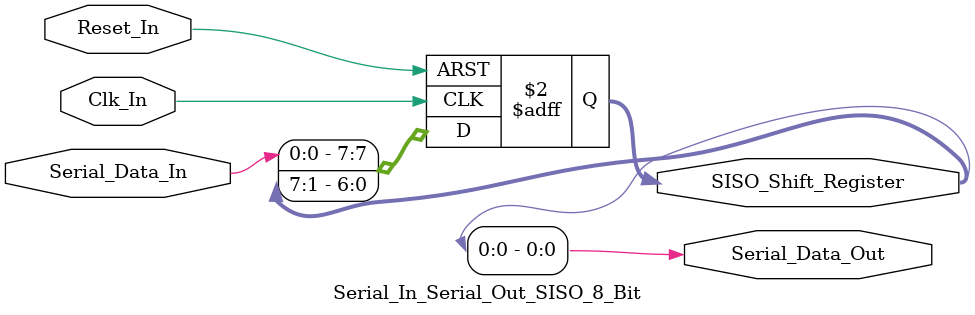
<source format=v>
/*
Verilog Code, to implement a Serial-In-Serial-Out - SISO - 8-Bit Shift Register.



Author : Prasad Narayan Ghatol
*/



module Serial_In_Serial_Out_SISO_8_Bit (
    input            Clk_In,
    input            Reset_In,

    input            Serial_Data_In,
    output           Serial_Data_Out,
    output reg [7:0] SISO_Shift_Register
);



// --------------------------------------------------
// Assignments
// --------------------------------------------------
assign Serial_Data_Out = SISO_Shift_Register[0];



// --------------------------------------------------
// Serial-In-Serial-Out - SISO - 8-Bit Shift Register Logic
// --------------------------------------------------
always @ (negedge Clk_In or posedge Reset_In)
    begin
        if (Reset_In)
            begin
                SISO_Shift_Register <= 8'b0;
            end
        else
            begin
                SISO_Shift_Register[7] <= Serial_Data_In;
                SISO_Shift_Register[6] <= SISO_Shift_Register[7];
                SISO_Shift_Register[5] <= SISO_Shift_Register[6];
                SISO_Shift_Register[4] <= SISO_Shift_Register[5];
                SISO_Shift_Register[3] <= SISO_Shift_Register[4];
                SISO_Shift_Register[2] <= SISO_Shift_Register[3];
                SISO_Shift_Register[1] <= SISO_Shift_Register[2];
                SISO_Shift_Register[0] <= SISO_Shift_Register[1];
            end
    end



endmodule
</source>
